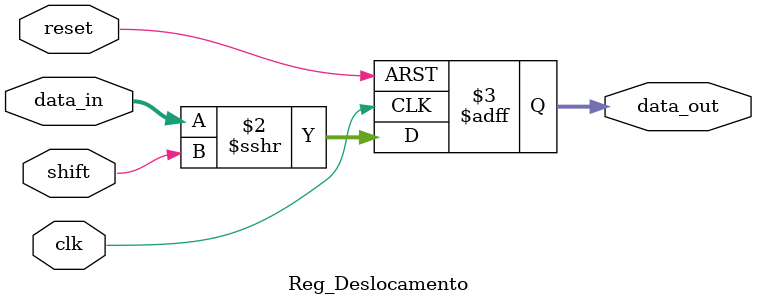
<source format=sv>
parameter NBITS_DATA = 4;
parameter NBITS_SHIFT = 1;
module Reg_Deslocamento(
  input logic clk, reset,
  input logic [NBITS_SHIFT-1:0] shift,
  input logic signed [NBITS_DATA-1:0] data_in,
  output logic signed [NBITS_DATA-1:0] data_out
);
  always_ff @ (posedge reset or posedge clk) begin
    if (reset)
      data_out <= 0;
    else
      data_out <= data_in >>> shift;
  end
endmodule
</source>
